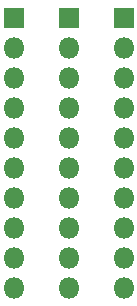
<source format=gbr>
%TF.GenerationSoftware,KiCad,Pcbnew,5.1.6*%
%TF.CreationDate,2020-07-17T22:30:16+02:00*%
%TF.ProjectId,FPC10_Adapterboard,46504331-305f-4416-9461-70746572626f,rev?*%
%TF.SameCoordinates,Original*%
%TF.FileFunction,Soldermask,Bot*%
%TF.FilePolarity,Negative*%
%FSLAX46Y46*%
G04 Gerber Fmt 4.6, Leading zero omitted, Abs format (unit mm)*
G04 Created by KiCad (PCBNEW 5.1.6) date 2020-07-17 22:30:16*
%MOMM*%
%LPD*%
G01*
G04 APERTURE LIST*
%ADD10R,1.800000X1.800000*%
%ADD11O,1.800000X1.800000*%
G04 APERTURE END LIST*
D10*
%TO.C,J2*%
X125523001Y-77136001D03*
D11*
X125523001Y-79676001D03*
X125523001Y-82216001D03*
X125523001Y-84756001D03*
X125523001Y-87296001D03*
X125523001Y-89836001D03*
X125523001Y-92376001D03*
X125523001Y-94916001D03*
X125523001Y-97456001D03*
X125523001Y-99996001D03*
%TD*%
%TO.C,J3*%
X130173001Y-99996001D03*
X130173001Y-97456001D03*
X130173001Y-94916001D03*
X130173001Y-92376001D03*
X130173001Y-89836001D03*
X130173001Y-87296001D03*
X130173001Y-84756001D03*
X130173001Y-82216001D03*
X130173001Y-79676001D03*
D10*
X130173001Y-77136001D03*
%TD*%
%TO.C,J4*%
X134823001Y-77136001D03*
D11*
X134823001Y-79676001D03*
X134823001Y-82216001D03*
X134823001Y-84756001D03*
X134823001Y-87296001D03*
X134823001Y-89836001D03*
X134823001Y-92376001D03*
X134823001Y-94916001D03*
X134823001Y-97456001D03*
X134823001Y-99996001D03*
%TD*%
M02*

</source>
